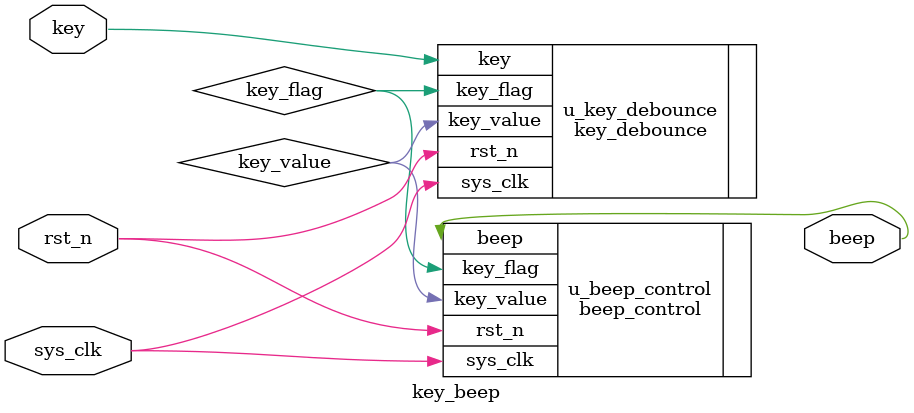
<source format=v>
module key_beep(
		input 		sys_clk,
		input 		rst_n,
		input 		key,
		
		output 		beep
);

wire key_value;
wire key_flag;
//例化消抖
key_debounce u_key_debounce(
			.sys_clk			(sys_clk),
			.rst_n			(rst_n),
			.key				(key),
			.key_flag		(key_flag),
			.key_value		(key_value)
);

//例化蜂鸣器
beep_control u_beep_control(
			 .sys_clk 			(sys_clk),
			 .rst_n 				(rst_n),
			 .key_value 		(key_value),
			 .key_flag 			(key_flag),
			 .beep 				(beep),
 );


endmodule

</source>
